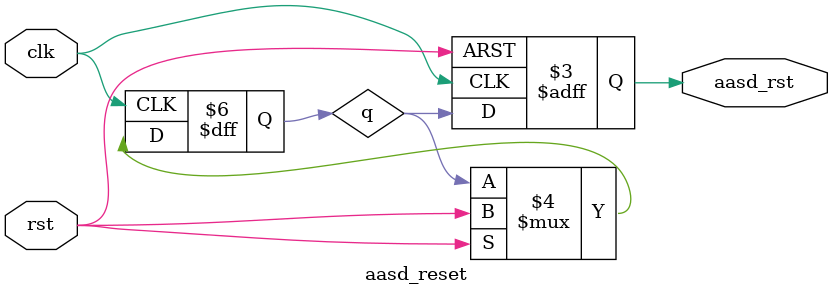
<source format=v>
`timescale 1ns/100ps

module aasd_reset (
    input           rst,   
    input           clk,    
    output          aasd_rst  
);
    reg q;
    always @(posedge clk or negedge rst) begin
        if (!rst) begin
            aasd_rst <= 1'b1;   
        end else begin
            q <= rst;
            aasd_rst <= q;    
        end
    end

endmodule


</source>
